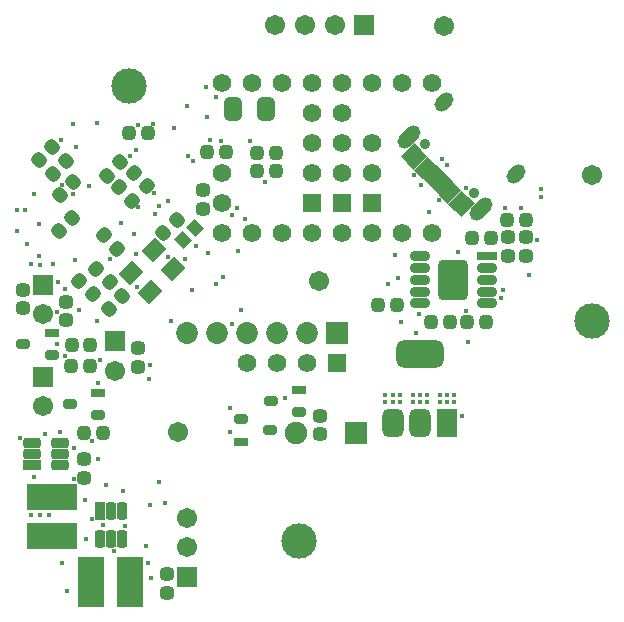
<source format=gbs>
G04*
G04 #@! TF.GenerationSoftware,Altium Limited,Altium Designer,23.4.1 (23)*
G04*
G04 Layer_Color=16711935*
%FSLAX44Y44*%
%MOMM*%
G71*
G04*
G04 #@! TF.SameCoordinates,94C9EC07-DBB0-4CC7-B746-D598ABB35CDF*
G04*
G04*
G04 #@! TF.FilePolarity,Negative*
G04*
G01*
G75*
G04:AMPARAMS|DCode=97|XSize=2.0032mm|YSize=1.5032mm|CornerRadius=0.4266mm|HoleSize=0mm|Usage=FLASHONLY|Rotation=270.000|XOffset=0mm|YOffset=0mm|HoleType=Round|Shape=RoundedRectangle|*
%AMROUNDEDRECTD97*
21,1,2.0032,0.6500,0,0,270.0*
21,1,1.1500,1.5032,0,0,270.0*
1,1,0.8532,-0.3250,-0.5750*
1,1,0.8532,-0.3250,0.5750*
1,1,0.8532,0.3250,0.5750*
1,1,0.8532,0.3250,-0.5750*
%
%ADD97ROUNDEDRECTD97*%
G04:AMPARAMS|DCode=98|XSize=1.2032mm|YSize=1.1032mm|CornerRadius=0.3266mm|HoleSize=0mm|Usage=FLASHONLY|Rotation=270.000|XOffset=0mm|YOffset=0mm|HoleType=Round|Shape=RoundedRectangle|*
%AMROUNDEDRECTD98*
21,1,1.2032,0.4500,0,0,270.0*
21,1,0.5500,1.1032,0,0,270.0*
1,1,0.6532,-0.2250,-0.2750*
1,1,0.6532,-0.2250,0.2750*
1,1,0.6532,0.2250,0.2750*
1,1,0.6532,0.2250,-0.2750*
%
%ADD98ROUNDEDRECTD98*%
G04:AMPARAMS|DCode=101|XSize=1.2032mm|YSize=1.1032mm|CornerRadius=0.3266mm|HoleSize=0mm|Usage=FLASHONLY|Rotation=135.000|XOffset=0mm|YOffset=0mm|HoleType=Round|Shape=RoundedRectangle|*
%AMROUNDEDRECTD101*
21,1,1.2032,0.4500,0,0,135.0*
21,1,0.5500,1.1032,0,0,135.0*
1,1,0.6532,-0.0354,0.3536*
1,1,0.6532,0.3536,-0.0354*
1,1,0.6532,0.0354,-0.3536*
1,1,0.6532,-0.3536,0.0354*
%
%ADD101ROUNDEDRECTD101*%
%ADD102C,3.0000*%
G04:AMPARAMS|DCode=103|XSize=1.2032mm|YSize=1.1032mm|CornerRadius=0.3266mm|HoleSize=0mm|Usage=FLASHONLY|Rotation=180.000|XOffset=0mm|YOffset=0mm|HoleType=Round|Shape=RoundedRectangle|*
%AMROUNDEDRECTD103*
21,1,1.2032,0.4500,0,0,180.0*
21,1,0.5500,1.1032,0,0,180.0*
1,1,0.6532,-0.2750,0.2250*
1,1,0.6532,0.2750,0.2250*
1,1,0.6532,0.2750,-0.2250*
1,1,0.6532,-0.2750,-0.2250*
%
%ADD103ROUNDEDRECTD103*%
G04:AMPARAMS|DCode=104|XSize=0.8032mm|YSize=1.2032mm|CornerRadius=0.2516mm|HoleSize=0mm|Usage=FLASHONLY|Rotation=90.000|XOffset=0mm|YOffset=0mm|HoleType=Round|Shape=RoundedRectangle|*
%AMROUNDEDRECTD104*
21,1,0.8032,0.7000,0,0,90.0*
21,1,0.3000,1.2032,0,0,90.0*
1,1,0.5032,0.3500,0.1500*
1,1,0.5032,0.3500,-0.1500*
1,1,0.5032,-0.3500,-0.1500*
1,1,0.5032,-0.3500,0.1500*
%
%ADD104ROUNDEDRECTD104*%
%ADD105R,1.2032X0.8032*%
%ADD106C,1.5748*%
%ADD107C,1.9032*%
%ADD108R,1.9032X1.9032*%
%ADD109C,1.8508*%
%ADD110R,1.8508X1.8508*%
%ADD111R,1.5494X1.5494*%
%ADD112R,1.5494X1.5494*%
%ADD113C,1.7112*%
%ADD114R,1.7112X1.7112*%
%ADD115R,1.7112X1.7112*%
G04:AMPARAMS|DCode=116|XSize=1.2032mm|YSize=1.8032mm|CornerRadius=0mm|HoleSize=0mm|Usage=FLASHONLY|Rotation=135.000|XOffset=0mm|YOffset=0mm|HoleType=Round|Shape=Round|*
%AMOVALD116*
21,1,0.6000,1.2032,0.0000,0.0000,225.0*
1,1,1.2032,0.2121,0.2121*
1,1,1.2032,-0.2121,-0.2121*
%
%ADD116OVALD116*%

%ADD117C,0.8782*%
G04:AMPARAMS|DCode=118|XSize=1.2032mm|YSize=2.3032mm|CornerRadius=0mm|HoleSize=0mm|Usage=FLASHONLY|Rotation=135.000|XOffset=0mm|YOffset=0mm|HoleType=Round|Shape=Round|*
%AMOVALD118*
21,1,1.1000,1.2032,0.0000,0.0000,225.0*
1,1,1.2032,0.3889,0.3889*
1,1,1.2032,-0.3889,-0.3889*
%
%ADD118OVALD118*%

%ADD119C,1.7032*%
%ADD120R,0.9032X1.5032*%
G04:AMPARAMS|DCode=121|XSize=0.9032mm|YSize=1.5032mm|CornerRadius=0.2766mm|HoleSize=0mm|Usage=FLASHONLY|Rotation=180.000|XOffset=0mm|YOffset=0mm|HoleType=Round|Shape=RoundedRectangle|*
%AMROUNDEDRECTD121*
21,1,0.9032,0.9500,0,0,180.0*
21,1,0.3500,1.5032,0,0,180.0*
1,1,0.5532,-0.1750,0.4750*
1,1,0.5532,0.1750,0.4750*
1,1,0.5532,0.1750,-0.4750*
1,1,0.5532,-0.1750,-0.4750*
%
%ADD121ROUNDEDRECTD121*%
%ADD122R,1.8032X2.3532*%
G04:AMPARAMS|DCode=123|XSize=1.8032mm|YSize=2.3532mm|CornerRadius=0.5016mm|HoleSize=0mm|Usage=FLASHONLY|Rotation=0.000|XOffset=0mm|YOffset=0mm|HoleType=Round|Shape=RoundedRectangle|*
%AMROUNDEDRECTD123*
21,1,1.8032,1.3500,0,0,0.0*
21,1,0.8000,2.3532,0,0,0.0*
1,1,1.0032,0.4000,-0.6750*
1,1,1.0032,-0.4000,-0.6750*
1,1,1.0032,-0.4000,0.6750*
1,1,1.0032,0.4000,0.6750*
%
%ADD123ROUNDEDRECTD123*%
G04:AMPARAMS|DCode=124|XSize=4.0532mm|YSize=2.3532mm|CornerRadius=0.6391mm|HoleSize=0mm|Usage=FLASHONLY|Rotation=0.000|XOffset=0mm|YOffset=0mm|HoleType=Round|Shape=RoundedRectangle|*
%AMROUNDEDRECTD124*
21,1,4.0532,1.0750,0,0,0.0*
21,1,2.7750,2.3532,0,0,0.0*
1,1,1.2782,1.3875,-0.5375*
1,1,1.2782,-1.3875,-0.5375*
1,1,1.2782,-1.3875,0.5375*
1,1,1.2782,1.3875,0.5375*
%
%ADD124ROUNDEDRECTD124*%
G04:AMPARAMS|DCode=125|XSize=1.6032mm|YSize=1.4032mm|CornerRadius=0mm|HoleSize=0mm|Usage=FLASHONLY|Rotation=225.000|XOffset=0mm|YOffset=0mm|HoleType=Round|Shape=Rectangle|*
%AMROTATEDRECTD125*
4,1,4,0.0707,1.0629,1.0629,0.0707,-0.0707,-1.0629,-1.0629,-0.0707,0.0707,1.0629,0.0*
%
%ADD125ROTATEDRECTD125*%

G04:AMPARAMS|DCode=126|XSize=2.5032mm|YSize=3.4032mm|CornerRadius=0.3891mm|HoleSize=0mm|Usage=FLASHONLY|Rotation=180.000|XOffset=0mm|YOffset=0mm|HoleType=Round|Shape=RoundedRectangle|*
%AMROUNDEDRECTD126*
21,1,2.5032,2.6250,0,0,180.0*
21,1,1.7250,3.4032,0,0,180.0*
1,1,0.7782,-0.8625,1.3125*
1,1,0.7782,0.8625,1.3125*
1,1,0.7782,0.8625,-1.3125*
1,1,0.7782,-0.8625,-1.3125*
%
%ADD126ROUNDEDRECTD126*%
G04:AMPARAMS|DCode=127|XSize=0.8032mm|YSize=1.6532mm|CornerRadius=0.2516mm|HoleSize=0mm|Usage=FLASHONLY|Rotation=90.000|XOffset=0mm|YOffset=0mm|HoleType=Round|Shape=RoundedRectangle|*
%AMROUNDEDRECTD127*
21,1,0.8032,1.1500,0,0,90.0*
21,1,0.3000,1.6532,0,0,90.0*
1,1,0.5032,0.5750,0.1500*
1,1,0.5032,0.5750,-0.1500*
1,1,0.5032,-0.5750,-0.1500*
1,1,0.5032,-0.5750,0.1500*
%
%ADD127ROUNDEDRECTD127*%
%ADD128R,1.6532X0.8032*%
G04:AMPARAMS|DCode=129|XSize=0.5032mm|YSize=1.6532mm|CornerRadius=0mm|HoleSize=0mm|Usage=FLASHONLY|Rotation=315.000|XOffset=0mm|YOffset=0mm|HoleType=Round|Shape=Rectangle|*
%AMROTATEDRECTD129*
4,1,4,-0.7624,-0.4066,0.4066,0.7624,0.7624,0.4066,-0.4066,-0.7624,-0.7624,-0.4066,0.0*
%
%ADD129ROTATEDRECTD129*%

G04:AMPARAMS|DCode=130|XSize=0.8032mm|YSize=1.6532mm|CornerRadius=0mm|HoleSize=0mm|Usage=FLASHONLY|Rotation=315.000|XOffset=0mm|YOffset=0mm|HoleType=Round|Shape=Rectangle|*
%AMROTATEDRECTD130*
4,1,4,-0.8685,-0.3005,0.3005,0.8685,0.8685,0.3005,-0.3005,-0.8685,-0.8685,-0.3005,0.0*
%
%ADD130ROTATEDRECTD130*%

%ADD131R,2.2032X4.2032*%
G04:AMPARAMS|DCode=132|XSize=1.1032mm|YSize=1.0032mm|CornerRadius=0mm|HoleSize=0mm|Usage=FLASHONLY|Rotation=135.000|XOffset=0mm|YOffset=0mm|HoleType=Round|Shape=Rectangle|*
%AMROTATEDRECTD132*
4,1,4,0.7447,-0.0354,0.0354,-0.7447,-0.7447,0.0354,-0.0354,0.7447,0.7447,-0.0354,0.0*
%
%ADD132ROTATEDRECTD132*%

G04:AMPARAMS|DCode=133|XSize=1.2032mm|YSize=1.1032mm|CornerRadius=0.3266mm|HoleSize=0mm|Usage=FLASHONLY|Rotation=225.000|XOffset=0mm|YOffset=0mm|HoleType=Round|Shape=RoundedRectangle|*
%AMROUNDEDRECTD133*
21,1,1.2032,0.4500,0,0,225.0*
21,1,0.5500,1.1032,0,0,225.0*
1,1,0.6532,-0.3536,-0.0354*
1,1,0.6532,0.0354,0.3536*
1,1,0.6532,0.3536,0.0354*
1,1,0.6532,-0.0354,-0.3536*
%
%ADD133ROUNDEDRECTD133*%
%ADD134R,1.5032X0.9032*%
G04:AMPARAMS|DCode=135|XSize=0.9032mm|YSize=1.5032mm|CornerRadius=0.2766mm|HoleSize=0mm|Usage=FLASHONLY|Rotation=270.000|XOffset=0mm|YOffset=0mm|HoleType=Round|Shape=RoundedRectangle|*
%AMROUNDEDRECTD135*
21,1,0.9032,0.9500,0,0,270.0*
21,1,0.3500,1.5032,0,0,270.0*
1,1,0.5532,-0.4750,-0.1750*
1,1,0.5532,-0.4750,0.1750*
1,1,0.5532,0.4750,0.1750*
1,1,0.5532,0.4750,-0.1750*
%
%ADD135ROUNDEDRECTD135*%
%ADD136R,4.2032X2.2032*%
%ADD137C,0.4000*%
D97*
X314993Y424142D02*
D03*
X286993D02*
D03*
D98*
X214729Y403468D02*
D03*
X198729D02*
D03*
X410000Y258000D02*
D03*
X426000D02*
D03*
X323619Y386642D02*
D03*
X307619D02*
D03*
X307619Y371642D02*
D03*
X323619D02*
D03*
X264769Y387720D02*
D03*
X280769D02*
D03*
X534993Y330142D02*
D03*
X518993D02*
D03*
X504993Y314142D02*
D03*
X488993D02*
D03*
X454993Y243142D02*
D03*
X470993D02*
D03*
X500993D02*
D03*
X484993D02*
D03*
X176493Y149142D02*
D03*
X160493D02*
D03*
X149912Y205740D02*
D03*
X165912D02*
D03*
X150213Y224230D02*
D03*
X166213D02*
D03*
D101*
X139555Y320479D02*
D03*
X150869Y331793D02*
D03*
X140336Y350985D02*
D03*
X151650Y362299D02*
D03*
X227836Y318486D02*
D03*
X239149Y329799D02*
D03*
X122586Y380285D02*
D03*
X133899Y391599D02*
D03*
X145837Y379661D02*
D03*
X134524Y368348D02*
D03*
X191304Y378645D02*
D03*
X179990Y367331D02*
D03*
X193157Y265657D02*
D03*
X181843Y254343D02*
D03*
D102*
X590537Y243924D02*
D03*
X342831Y57698D02*
D03*
X199173Y443502D02*
D03*
D103*
X360350Y164210D02*
D03*
Y148210D02*
D03*
X206128Y221215D02*
D03*
Y205215D02*
D03*
X261593Y354826D02*
D03*
Y338826D02*
D03*
X519493Y315642D02*
D03*
Y299642D02*
D03*
X534993Y315142D02*
D03*
Y299142D02*
D03*
X230993Y13642D02*
D03*
Y29642D02*
D03*
X160993Y127142D02*
D03*
Y111142D02*
D03*
X145466Y244730D02*
D03*
Y260730D02*
D03*
X109398Y254890D02*
D03*
Y270890D02*
D03*
D104*
X318993Y176642D02*
D03*
X342993Y167142D02*
D03*
X109336Y224790D02*
D03*
X133336Y215290D02*
D03*
X172993Y164642D02*
D03*
X148993Y174142D02*
D03*
X317993Y151642D02*
D03*
X293993Y161142D02*
D03*
D105*
X342993Y186142D02*
D03*
X133336Y234290D02*
D03*
X172993Y183642D02*
D03*
X293993Y142142D02*
D03*
D106*
X277595Y445632D02*
D03*
X429995Y445632D02*
D03*
Y318632D02*
D03*
X404595Y318632D02*
D03*
X379195Y318632D02*
D03*
X353795D02*
D03*
X328395Y318632D02*
D03*
X302995Y318632D02*
D03*
X302995Y445632D02*
D03*
X455395Y445632D02*
D03*
Y318632D02*
D03*
X328395Y445632D02*
D03*
X353795D02*
D03*
X404595Y445632D02*
D03*
X379195Y445632D02*
D03*
X277595Y369432D02*
D03*
Y318632D02*
D03*
X277595Y344032D02*
D03*
X298423Y208650D02*
D03*
X323823D02*
D03*
X349223D02*
D03*
X404595Y369432D02*
D03*
Y394832D02*
D03*
X353795Y420232D02*
D03*
X353795Y394832D02*
D03*
Y369432D02*
D03*
X379195Y420232D02*
D03*
Y394832D02*
D03*
Y369432D02*
D03*
D107*
X339993Y149142D02*
D03*
D108*
X390793D02*
D03*
D109*
X247623Y234050D02*
D03*
X273023D02*
D03*
X298423D02*
D03*
X323823D02*
D03*
X349223D02*
D03*
D110*
X374623D02*
D03*
D111*
Y208650D02*
D03*
D112*
X404595Y344032D02*
D03*
X353795Y344032D02*
D03*
X379195Y344032D02*
D03*
D113*
X322899Y495078D02*
D03*
X347899D02*
D03*
X372899D02*
D03*
X248385Y52694D02*
D03*
Y77694D02*
D03*
X186993Y202142D02*
D03*
X125993Y250142D02*
D03*
Y172142D02*
D03*
D114*
X397899Y495078D02*
D03*
D115*
X248385Y27694D02*
D03*
X186993Y227142D02*
D03*
X125993Y275142D02*
D03*
Y197142D02*
D03*
D116*
X526539Y368595D02*
D03*
X465446Y429689D02*
D03*
D117*
X490618Y352898D02*
D03*
X449748Y393768D02*
D03*
D118*
X496982Y339038D02*
D03*
X435889Y400132D02*
D03*
D119*
X590993Y368048D02*
D03*
X465993Y494142D02*
D03*
X240160Y150469D02*
D03*
X360000Y278182D02*
D03*
D120*
X173993Y83642D02*
D03*
D121*
X183493Y83642D02*
D03*
X192993Y83642D02*
D03*
Y59642D02*
D03*
X183493Y59642D02*
D03*
X173993Y59642D02*
D03*
D122*
X468000Y157750D02*
D03*
D123*
X445000Y157750D02*
D03*
X422000Y157750D02*
D03*
D124*
X445000Y216250D02*
D03*
D125*
X200532Y284846D02*
D03*
X216697Y268682D02*
D03*
X220289Y304603D02*
D03*
X236453Y288438D02*
D03*
D126*
X473493Y279142D02*
D03*
D127*
X445243Y259142D02*
D03*
Y269142D02*
D03*
Y279142D02*
D03*
Y289142D02*
D03*
Y299142D02*
D03*
X501743Y259142D02*
D03*
Y269142D02*
D03*
Y279142D02*
D03*
Y289142D02*
D03*
D128*
Y299142D02*
D03*
D129*
X465623Y358165D02*
D03*
X455016Y368771D02*
D03*
X462087Y361700D02*
D03*
X458552Y365236D02*
D03*
X451481Y372307D02*
D03*
X447945Y375842D02*
D03*
X469158Y354629D02*
D03*
X472694Y351094D02*
D03*
D130*
X442995Y380792D02*
D03*
X477644Y346144D02*
D03*
X483301Y340487D02*
D03*
X437339Y386449D02*
D03*
D131*
X200125Y22976D02*
D03*
X167105D02*
D03*
D132*
X244451Y313175D02*
D03*
X254350Y323074D02*
D03*
D133*
X189018Y305609D02*
D03*
X177704Y316923D02*
D03*
X202836Y369799D02*
D03*
X214149Y358485D02*
D03*
X190336Y357299D02*
D03*
X201649Y345985D02*
D03*
X182637Y276876D02*
D03*
X171323Y288190D02*
D03*
X156843Y278157D02*
D03*
X168157Y266843D02*
D03*
D134*
X116493Y122142D02*
D03*
D135*
Y131642D02*
D03*
Y141142D02*
D03*
X140493D02*
D03*
Y131642D02*
D03*
Y122142D02*
D03*
D136*
X133577Y62092D02*
D03*
Y95112D02*
D03*
D137*
X301168Y397002D02*
D03*
X297443Y330951D02*
D03*
X313957Y361696D02*
D03*
X272212Y434304D02*
D03*
X247574Y425958D02*
D03*
X276855Y397049D02*
D03*
X264639Y416642D02*
D03*
X122352Y299212D02*
D03*
X112870Y309187D02*
D03*
X116002Y292354D02*
D03*
X122860Y326644D02*
D03*
X468000Y176000D02*
D03*
X462000D02*
D03*
X474000D02*
D03*
X480536Y164084D02*
D03*
X467993Y268142D02*
D03*
X478993D02*
D03*
X467993Y279142D02*
D03*
X478993D02*
D03*
X467993Y290142D02*
D03*
X478993D02*
D03*
X278054Y281432D02*
D03*
X246409Y297075D02*
D03*
X291565Y303646D02*
D03*
X141948Y359819D02*
D03*
X428000Y182000D02*
D03*
X416000D02*
D03*
X422000D02*
D03*
X416000Y176000D02*
D03*
X422000D02*
D03*
X428000D02*
D03*
X451000Y182000D02*
D03*
X445000D02*
D03*
X439000D02*
D03*
Y176000D02*
D03*
X445000D02*
D03*
X451000D02*
D03*
X213538Y53340D02*
D03*
X462000Y182000D02*
D03*
X468000D02*
D03*
X474000D02*
D03*
X442000Y234000D02*
D03*
X429000Y243818D02*
D03*
X237023Y407518D02*
D03*
X151054Y411226D02*
D03*
X206680Y410464D02*
D03*
X171882Y411988D02*
D03*
X265637Y301781D02*
D03*
X138100Y225044D02*
D03*
X144940Y214376D02*
D03*
X171871Y244100D02*
D03*
X234430Y244050D02*
D03*
X205684Y272796D02*
D03*
X118034Y351536D02*
D03*
X137952Y251813D02*
D03*
X104250Y320581D02*
D03*
X215570Y195072D02*
D03*
X173914Y211582D02*
D03*
X255900Y307792D02*
D03*
X251892Y270764D02*
D03*
X204443Y301360D02*
D03*
X293802Y253238D02*
D03*
X477324Y302544D02*
D03*
X426382Y280589D02*
D03*
X485572Y226568D02*
D03*
X537388Y283052D02*
D03*
X515339Y270626D02*
D03*
X513815Y263768D02*
D03*
X111036Y338000D02*
D03*
X285928Y241554D02*
D03*
X138518Y277024D02*
D03*
X144360Y271182D02*
D03*
X123146Y291536D02*
D03*
X134250Y292250D02*
D03*
X153419Y296146D02*
D03*
X285723Y334380D02*
D03*
X290468Y339932D02*
D03*
X156321Y253746D02*
D03*
X104250Y338000D02*
D03*
X463607Y381032D02*
D03*
X216635Y206872D02*
D03*
X172236Y191931D02*
D03*
X106399Y145404D02*
D03*
X152340Y137044D02*
D03*
X152490Y110250D02*
D03*
X172439Y127624D02*
D03*
X179297Y105272D02*
D03*
X176568Y71556D02*
D03*
X167821Y76799D02*
D03*
X195376Y70816D02*
D03*
X162025Y92318D02*
D03*
X123493Y79610D02*
D03*
X127993Y148198D02*
D03*
X118499Y112397D02*
D03*
X140435Y149976D02*
D03*
X167391Y142855D02*
D03*
X283993Y170502D02*
D03*
X216889Y88762D02*
D03*
X224255Y108066D02*
D03*
X229335Y90032D02*
D03*
X331189Y178946D02*
D03*
X283993Y150024D02*
D03*
X153897Y391784D02*
D03*
X141451Y397626D02*
D03*
X267689D02*
D03*
X272261Y275198D02*
D03*
X484114Y252678D02*
D03*
X423899Y300344D02*
D03*
X253432Y379483D02*
D03*
X248626Y384274D02*
D03*
X264133Y442584D02*
D03*
X162243Y59642D02*
D03*
X146023Y15864D02*
D03*
X193493Y100496D02*
D03*
X215275Y39142D02*
D03*
X217905Y26532D02*
D03*
X185834Y49713D02*
D03*
X142311Y39642D02*
D03*
X130993Y79610D02*
D03*
X115993D02*
D03*
X548105Y356152D02*
D03*
X468385Y376212D02*
D03*
X548105Y349366D02*
D03*
X544579Y313216D02*
D03*
X417803Y275706D02*
D03*
X444473Y250306D02*
D03*
X445743Y359526D02*
D03*
X483808Y356924D02*
D03*
X452855Y336158D02*
D03*
X460983Y346454D02*
D03*
X530833Y340222D02*
D03*
X439991Y367781D02*
D03*
X517529Y339678D02*
D03*
X219175Y411215D02*
D03*
X192454Y327573D02*
D03*
X199871Y383656D02*
D03*
X205205Y388954D02*
D03*
X220699Y335142D02*
D03*
X151357Y351933D02*
D03*
X231621Y345810D02*
D03*
X202969Y318074D02*
D03*
X182599Y297042D02*
D03*
X164819Y358764D02*
D03*
X224509Y341238D02*
D03*
X220191Y352444D02*
D03*
X206668Y340967D02*
D03*
X231621Y298566D02*
D03*
M02*

</source>
